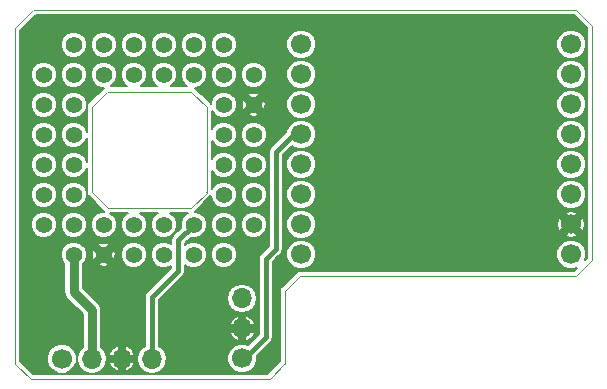
<source format=gbl>
G04 #@! TF.FileFunction,Copper,L2,Bot,Signal*
%FSLAX46Y46*%
G04 Gerber Fmt 4.6, Leading zero omitted, Abs format (unit mm)*
G04 Created by KiCad (PCBNEW 4.0.7) date 08/06/20 13:21:24*
%MOMM*%
%LPD*%
G01*
G04 APERTURE LIST*
%ADD10C,0.100000*%
%ADD11C,1.422400*%
%ADD12C,1.700000*%
%ADD13O,1.700000X1.700000*%
%ADD14C,0.400000*%
%ADD15C,0.800000*%
%ADD16C,0.200000*%
G04 APERTURE END LIST*
D10*
X110650000Y-128175000D02*
X130875000Y-128175000D01*
X158175000Y-98250000D02*
X158175000Y-98275000D01*
X156850000Y-96925000D02*
X158175000Y-98250000D01*
X110900000Y-96925000D02*
X156850000Y-96925000D01*
X109332000Y-126860000D02*
X109332000Y-98475000D01*
X132200000Y-120725000D02*
X132200000Y-126853000D01*
X133496000Y-119442000D02*
X132201000Y-120737000D01*
X158176000Y-118118000D02*
X156842000Y-119452000D01*
X158176000Y-98247000D02*
X158176000Y-118118000D01*
X109354000Y-98465000D02*
X110893000Y-96926000D01*
X133500000Y-119452000D02*
X156827000Y-119452000D01*
X117180000Y-113675000D02*
X117180000Y-113645000D01*
X124244000Y-113675000D02*
X117180000Y-113675000D01*
X125555000Y-112365000D02*
X125532000Y-112365000D01*
X125555000Y-105156000D02*
X125555000Y-112365000D01*
X115854000Y-112359000D02*
X115854000Y-105151000D01*
X117165000Y-103823000D02*
X124236000Y-103823000D01*
X109333000Y-126851000D02*
X110643000Y-128161000D01*
X115860000Y-112359000D02*
X117170000Y-113669000D01*
X124252000Y-103845000D02*
X125562000Y-105155000D01*
X132198000Y-126850000D02*
X130903000Y-128145000D01*
X125545000Y-112379000D02*
X124250000Y-113674000D01*
X117158000Y-103830000D02*
X115863000Y-105125000D01*
D11*
X114300000Y-110033000D03*
X114300000Y-107493000D03*
X114300000Y-104953000D03*
X114300000Y-112573000D03*
X114300000Y-115113000D03*
X111760000Y-107493000D03*
X111760000Y-104953000D03*
X111760000Y-102413000D03*
X111760000Y-110033000D03*
X111760000Y-112573000D03*
X114300000Y-102413000D03*
X116840000Y-102413000D03*
X119380000Y-102413000D03*
X121920000Y-102413000D03*
X124460000Y-102413000D03*
X114300000Y-99873000D03*
X116840000Y-99873000D03*
X119380000Y-99873000D03*
X121920000Y-99873000D03*
X124460000Y-99873000D03*
X127000000Y-99873000D03*
X127000000Y-102413000D03*
X127000000Y-104953000D03*
X127000000Y-107493000D03*
X127000000Y-110033000D03*
X127000000Y-112573000D03*
X127000000Y-117653000D03*
X129540000Y-102413000D03*
X129540000Y-104953000D03*
X129540000Y-107493000D03*
X129540000Y-110033000D03*
X129540000Y-112573000D03*
X129540000Y-115113000D03*
X127000000Y-115113000D03*
X124460000Y-115113000D03*
X121920000Y-115113000D03*
X119380000Y-115113000D03*
X116840000Y-115113000D03*
X111760000Y-115113000D03*
X124460000Y-117653000D03*
X121920000Y-117653000D03*
X119380000Y-117653000D03*
X116840000Y-117653000D03*
X114300000Y-117653000D03*
D12*
X156416000Y-99832000D03*
X156416000Y-102372000D03*
X156416000Y-104912000D03*
X156416000Y-107452000D03*
X156416000Y-109992000D03*
X156416000Y-112532000D03*
X156416000Y-115072000D03*
X156416000Y-117612000D03*
X133556000Y-117612000D03*
X133556000Y-115072000D03*
X133556000Y-112532000D03*
X133556000Y-109992000D03*
X133556000Y-107452000D03*
X133556000Y-104912000D03*
X133556000Y-102372000D03*
X133556000Y-99832000D03*
X113304000Y-126451000D03*
D13*
X115844000Y-126451000D03*
X118384000Y-126451000D03*
X120924000Y-126451000D03*
D12*
X128565000Y-126424000D03*
D13*
X128565000Y-123884000D03*
X128565000Y-121344000D03*
D14*
X120924000Y-126594000D02*
X120924000Y-121226000D01*
X123150000Y-116423000D02*
X124460000Y-115113000D01*
X123150000Y-119000000D02*
X123150000Y-116423000D01*
X120924000Y-121226000D02*
X123150000Y-119000000D01*
D15*
X115844000Y-126594000D02*
X115844000Y-122344000D01*
X114300000Y-120800000D02*
X114300000Y-117653000D01*
X115844000Y-122344000D02*
X114300000Y-120800000D01*
D14*
X131402000Y-117146000D02*
X131399000Y-117146000D01*
X130561000Y-117984000D02*
X130561000Y-124611000D01*
X131399000Y-117146000D02*
X130561000Y-117984000D01*
X130561000Y-124611000D02*
X128565000Y-126607000D01*
X131402000Y-108966000D02*
X131402000Y-117146000D01*
X132875000Y-107493000D02*
X131402000Y-108966000D01*
X133719000Y-107493000D02*
X132875000Y-107493000D01*
D16*
G36*
X157726000Y-98437396D02*
X157726000Y-117931604D01*
X157573407Y-118084197D01*
X157665783Y-117861731D01*
X157666217Y-117364450D01*
X157476316Y-116904857D01*
X157124993Y-116552919D01*
X156665731Y-116362217D01*
X156168450Y-116361783D01*
X155708857Y-116551684D01*
X155356919Y-116903007D01*
X155166217Y-117362269D01*
X155165783Y-117859550D01*
X155355684Y-118319143D01*
X155707007Y-118671081D01*
X156166269Y-118861783D01*
X156663550Y-118862217D01*
X156888219Y-118769385D01*
X156655604Y-119002000D01*
X133546275Y-119002000D01*
X133496000Y-118992000D01*
X133323793Y-119026253D01*
X133177802Y-119123802D01*
X131920980Y-120380624D01*
X131881802Y-120406802D01*
X131784254Y-120552792D01*
X131750000Y-120725000D01*
X131750000Y-126661604D01*
X130686604Y-127725000D01*
X120926458Y-127725000D01*
X121402354Y-127630338D01*
X121807883Y-127359372D01*
X122078849Y-126953843D01*
X122135000Y-126671550D01*
X127314783Y-126671550D01*
X127504684Y-127131143D01*
X127856007Y-127483081D01*
X128315269Y-127673783D01*
X128812550Y-127674217D01*
X129272143Y-127484316D01*
X129624081Y-127132993D01*
X129814783Y-126673731D01*
X129815192Y-126205336D01*
X130985264Y-125035264D01*
X131115328Y-124840610D01*
X131161000Y-124611000D01*
X131161000Y-118232528D01*
X131533978Y-117859550D01*
X132305783Y-117859550D01*
X132495684Y-118319143D01*
X132847007Y-118671081D01*
X133306269Y-118861783D01*
X133803550Y-118862217D01*
X134263143Y-118672316D01*
X134615081Y-118320993D01*
X134805783Y-117861731D01*
X134806217Y-117364450D01*
X134616316Y-116904857D01*
X134264993Y-116552919D01*
X133805731Y-116362217D01*
X133308450Y-116361783D01*
X132848857Y-116551684D01*
X132496919Y-116903007D01*
X132306217Y-117362269D01*
X132305783Y-117859550D01*
X131533978Y-117859550D01*
X131817223Y-117576305D01*
X131826264Y-117570264D01*
X131956328Y-117375610D01*
X132002000Y-117146000D01*
X132002000Y-115319550D01*
X132305783Y-115319550D01*
X132495684Y-115779143D01*
X132847007Y-116131081D01*
X133306269Y-116321783D01*
X133803550Y-116322217D01*
X134263143Y-116132316D01*
X134377890Y-116017769D01*
X155859140Y-116017769D01*
X155968507Y-116155778D01*
X156417315Y-116244529D01*
X156863493Y-116155778D01*
X156972860Y-116017769D01*
X156416000Y-115460909D01*
X155859140Y-116017769D01*
X134377890Y-116017769D01*
X134615081Y-115780993D01*
X134805783Y-115321731D01*
X134805999Y-115073315D01*
X155243471Y-115073315D01*
X155332222Y-115519493D01*
X155470231Y-115628860D01*
X156027091Y-115072000D01*
X156804909Y-115072000D01*
X157361769Y-115628860D01*
X157499778Y-115519493D01*
X157588529Y-115070685D01*
X157499778Y-114624507D01*
X157361769Y-114515140D01*
X156804909Y-115072000D01*
X156027091Y-115072000D01*
X155470231Y-114515140D01*
X155332222Y-114624507D01*
X155243471Y-115073315D01*
X134805999Y-115073315D01*
X134806217Y-114824450D01*
X134616316Y-114364857D01*
X134378107Y-114126231D01*
X155859140Y-114126231D01*
X156416000Y-114683091D01*
X156972860Y-114126231D01*
X156863493Y-113988222D01*
X156414685Y-113899471D01*
X155968507Y-113988222D01*
X155859140Y-114126231D01*
X134378107Y-114126231D01*
X134264993Y-114012919D01*
X133805731Y-113822217D01*
X133308450Y-113821783D01*
X132848857Y-114011684D01*
X132496919Y-114363007D01*
X132306217Y-114822269D01*
X132305783Y-115319550D01*
X132002000Y-115319550D01*
X132002000Y-112779550D01*
X132305783Y-112779550D01*
X132495684Y-113239143D01*
X132847007Y-113591081D01*
X133306269Y-113781783D01*
X133803550Y-113782217D01*
X134263143Y-113592316D01*
X134615081Y-113240993D01*
X134805783Y-112781731D01*
X134805784Y-112779550D01*
X155165783Y-112779550D01*
X155355684Y-113239143D01*
X155707007Y-113591081D01*
X156166269Y-113781783D01*
X156663550Y-113782217D01*
X157123143Y-113592316D01*
X157475081Y-113240993D01*
X157665783Y-112781731D01*
X157666217Y-112284450D01*
X157476316Y-111824857D01*
X157124993Y-111472919D01*
X156665731Y-111282217D01*
X156168450Y-111281783D01*
X155708857Y-111471684D01*
X155356919Y-111823007D01*
X155166217Y-112282269D01*
X155165783Y-112779550D01*
X134805784Y-112779550D01*
X134806217Y-112284450D01*
X134616316Y-111824857D01*
X134264993Y-111472919D01*
X133805731Y-111282217D01*
X133308450Y-111281783D01*
X132848857Y-111471684D01*
X132496919Y-111823007D01*
X132306217Y-112282269D01*
X132305783Y-112779550D01*
X132002000Y-112779550D01*
X132002000Y-110239550D01*
X132305783Y-110239550D01*
X132495684Y-110699143D01*
X132847007Y-111051081D01*
X133306269Y-111241783D01*
X133803550Y-111242217D01*
X134263143Y-111052316D01*
X134615081Y-110700993D01*
X134805783Y-110241731D01*
X134805784Y-110239550D01*
X155165783Y-110239550D01*
X155355684Y-110699143D01*
X155707007Y-111051081D01*
X156166269Y-111241783D01*
X156663550Y-111242217D01*
X157123143Y-111052316D01*
X157475081Y-110700993D01*
X157665783Y-110241731D01*
X157666217Y-109744450D01*
X157476316Y-109284857D01*
X157124993Y-108932919D01*
X156665731Y-108742217D01*
X156168450Y-108741783D01*
X155708857Y-108931684D01*
X155356919Y-109283007D01*
X155166217Y-109742269D01*
X155165783Y-110239550D01*
X134805784Y-110239550D01*
X134806217Y-109744450D01*
X134616316Y-109284857D01*
X134264993Y-108932919D01*
X133805731Y-108742217D01*
X133308450Y-108741783D01*
X132848857Y-108931684D01*
X132496919Y-109283007D01*
X132306217Y-109742269D01*
X132305783Y-110239550D01*
X132002000Y-110239550D01*
X132002000Y-109214528D01*
X132776289Y-108440239D01*
X132847007Y-108511081D01*
X133306269Y-108701783D01*
X133803550Y-108702217D01*
X134263143Y-108512316D01*
X134615081Y-108160993D01*
X134805783Y-107701731D01*
X134805784Y-107699550D01*
X155165783Y-107699550D01*
X155355684Y-108159143D01*
X155707007Y-108511081D01*
X156166269Y-108701783D01*
X156663550Y-108702217D01*
X157123143Y-108512316D01*
X157475081Y-108160993D01*
X157665783Y-107701731D01*
X157666217Y-107204450D01*
X157476316Y-106744857D01*
X157124993Y-106392919D01*
X156665731Y-106202217D01*
X156168450Y-106201783D01*
X155708857Y-106391684D01*
X155356919Y-106743007D01*
X155166217Y-107202269D01*
X155165783Y-107699550D01*
X134805784Y-107699550D01*
X134806217Y-107204450D01*
X134616316Y-106744857D01*
X134264993Y-106392919D01*
X133805731Y-106202217D01*
X133308450Y-106201783D01*
X132848857Y-106391684D01*
X132496919Y-106743007D01*
X132306217Y-107202269D01*
X132306207Y-107213265D01*
X130977736Y-108541736D01*
X130847672Y-108736390D01*
X130802000Y-108966000D01*
X130802000Y-116894472D01*
X130136736Y-117559736D01*
X130006672Y-117754390D01*
X129961000Y-117984000D01*
X129961000Y-124362472D01*
X129051104Y-125272368D01*
X128814731Y-125174217D01*
X128317450Y-125173783D01*
X127857857Y-125363684D01*
X127505919Y-125715007D01*
X127315217Y-126174269D01*
X127314783Y-126671550D01*
X122135000Y-126671550D01*
X122174000Y-126475489D01*
X122174000Y-126426511D01*
X122078849Y-125948157D01*
X121807883Y-125542628D01*
X121524000Y-125352943D01*
X121524000Y-124330295D01*
X127505131Y-124330295D01*
X127747069Y-124692425D01*
X128118701Y-124943896D01*
X128290000Y-124925663D01*
X128290000Y-124159000D01*
X128840000Y-124159000D01*
X128840000Y-124925663D01*
X129011299Y-124943896D01*
X129382931Y-124692425D01*
X129624869Y-124330295D01*
X129604230Y-124159000D01*
X128840000Y-124159000D01*
X128290000Y-124159000D01*
X127525770Y-124159000D01*
X127505131Y-124330295D01*
X121524000Y-124330295D01*
X121524000Y-123437705D01*
X127505131Y-123437705D01*
X127525770Y-123609000D01*
X128290000Y-123609000D01*
X128290000Y-122842337D01*
X128840000Y-122842337D01*
X128840000Y-123609000D01*
X129604230Y-123609000D01*
X129624869Y-123437705D01*
X129382931Y-123075575D01*
X129011299Y-122824104D01*
X128840000Y-122842337D01*
X128290000Y-122842337D01*
X128118701Y-122824104D01*
X127747069Y-123075575D01*
X127505131Y-123437705D01*
X121524000Y-123437705D01*
X121524000Y-121474528D01*
X121654528Y-121344000D01*
X127290511Y-121344000D01*
X127385662Y-121822354D01*
X127656628Y-122227883D01*
X128062157Y-122498849D01*
X128540511Y-122594000D01*
X128589489Y-122594000D01*
X129067843Y-122498849D01*
X129473372Y-122227883D01*
X129744338Y-121822354D01*
X129839489Y-121344000D01*
X129744338Y-120865646D01*
X129473372Y-120460117D01*
X129067843Y-120189151D01*
X128589489Y-120094000D01*
X128540511Y-120094000D01*
X128062157Y-120189151D01*
X127656628Y-120460117D01*
X127385662Y-120865646D01*
X127290511Y-121344000D01*
X121654528Y-121344000D01*
X123574264Y-119424264D01*
X123704328Y-119229611D01*
X123750000Y-119000000D01*
X123750000Y-118514607D01*
X123829734Y-118594480D01*
X124237999Y-118764007D01*
X124680062Y-118764393D01*
X125088622Y-118595579D01*
X125401480Y-118283266D01*
X125571007Y-117875001D01*
X125571008Y-117873062D01*
X125888607Y-117873062D01*
X126057421Y-118281622D01*
X126369734Y-118594480D01*
X126777999Y-118764007D01*
X127220062Y-118764393D01*
X127628622Y-118595579D01*
X127941480Y-118283266D01*
X128111007Y-117875001D01*
X128111393Y-117432938D01*
X127942579Y-117024378D01*
X127630266Y-116711520D01*
X127222001Y-116541993D01*
X126779938Y-116541607D01*
X126371378Y-116710421D01*
X126058520Y-117022734D01*
X125888993Y-117430999D01*
X125888607Y-117873062D01*
X125571008Y-117873062D01*
X125571393Y-117432938D01*
X125402579Y-117024378D01*
X125090266Y-116711520D01*
X124682001Y-116541993D01*
X124239938Y-116541607D01*
X123831378Y-116710421D01*
X123750000Y-116791657D01*
X123750000Y-116671528D01*
X124209397Y-116212131D01*
X124237999Y-116224007D01*
X124680062Y-116224393D01*
X125088622Y-116055579D01*
X125401480Y-115743266D01*
X125571007Y-115335001D01*
X125571008Y-115333062D01*
X125888607Y-115333062D01*
X126057421Y-115741622D01*
X126369734Y-116054480D01*
X126777999Y-116224007D01*
X127220062Y-116224393D01*
X127628622Y-116055579D01*
X127941480Y-115743266D01*
X128111007Y-115335001D01*
X128111008Y-115333062D01*
X128428607Y-115333062D01*
X128597421Y-115741622D01*
X128909734Y-116054480D01*
X129317999Y-116224007D01*
X129760062Y-116224393D01*
X130168622Y-116055579D01*
X130481480Y-115743266D01*
X130651007Y-115335001D01*
X130651393Y-114892938D01*
X130482579Y-114484378D01*
X130170266Y-114171520D01*
X129762001Y-114001993D01*
X129319938Y-114001607D01*
X128911378Y-114170421D01*
X128598520Y-114482734D01*
X128428993Y-114890999D01*
X128428607Y-115333062D01*
X128111008Y-115333062D01*
X128111393Y-114892938D01*
X127942579Y-114484378D01*
X127630266Y-114171520D01*
X127222001Y-114001993D01*
X126779938Y-114001607D01*
X126371378Y-114170421D01*
X126058520Y-114482734D01*
X125888993Y-114890999D01*
X125888607Y-115333062D01*
X125571008Y-115333062D01*
X125571393Y-114892938D01*
X125402579Y-114484378D01*
X125090266Y-114171520D01*
X124682001Y-114001993D01*
X124553706Y-114001881D01*
X124568198Y-113992198D01*
X125863198Y-112697198D01*
X125872032Y-112683977D01*
X125873198Y-112683198D01*
X125888723Y-112659963D01*
X125888607Y-112793062D01*
X126057421Y-113201622D01*
X126369734Y-113514480D01*
X126777999Y-113684007D01*
X127220062Y-113684393D01*
X127628622Y-113515579D01*
X127941480Y-113203266D01*
X128111007Y-112795001D01*
X128111008Y-112793062D01*
X128428607Y-112793062D01*
X128597421Y-113201622D01*
X128909734Y-113514480D01*
X129317999Y-113684007D01*
X129760062Y-113684393D01*
X130168622Y-113515579D01*
X130481480Y-113203266D01*
X130651007Y-112795001D01*
X130651393Y-112352938D01*
X130482579Y-111944378D01*
X130170266Y-111631520D01*
X129762001Y-111461993D01*
X129319938Y-111461607D01*
X128911378Y-111630421D01*
X128598520Y-111942734D01*
X128428993Y-112350999D01*
X128428607Y-112793062D01*
X128111008Y-112793062D01*
X128111393Y-112352938D01*
X127942579Y-111944378D01*
X127630266Y-111631520D01*
X127222001Y-111461993D01*
X126779938Y-111461607D01*
X126371378Y-111630421D01*
X126058520Y-111942734D01*
X126005000Y-112071624D01*
X126005000Y-110534754D01*
X126057421Y-110661622D01*
X126369734Y-110974480D01*
X126777999Y-111144007D01*
X127220062Y-111144393D01*
X127628622Y-110975579D01*
X127941480Y-110663266D01*
X128111007Y-110255001D01*
X128111008Y-110253062D01*
X128428607Y-110253062D01*
X128597421Y-110661622D01*
X128909734Y-110974480D01*
X129317999Y-111144007D01*
X129760062Y-111144393D01*
X130168622Y-110975579D01*
X130481480Y-110663266D01*
X130651007Y-110255001D01*
X130651393Y-109812938D01*
X130482579Y-109404378D01*
X130170266Y-109091520D01*
X129762001Y-108921993D01*
X129319938Y-108921607D01*
X128911378Y-109090421D01*
X128598520Y-109402734D01*
X128428993Y-109810999D01*
X128428607Y-110253062D01*
X128111008Y-110253062D01*
X128111393Y-109812938D01*
X127942579Y-109404378D01*
X127630266Y-109091520D01*
X127222001Y-108921993D01*
X126779938Y-108921607D01*
X126371378Y-109090421D01*
X126058520Y-109402734D01*
X126005000Y-109531624D01*
X126005000Y-107994754D01*
X126057421Y-108121622D01*
X126369734Y-108434480D01*
X126777999Y-108604007D01*
X127220062Y-108604393D01*
X127628622Y-108435579D01*
X127941480Y-108123266D01*
X128111007Y-107715001D01*
X128111008Y-107713062D01*
X128428607Y-107713062D01*
X128597421Y-108121622D01*
X128909734Y-108434480D01*
X129317999Y-108604007D01*
X129760062Y-108604393D01*
X130168622Y-108435579D01*
X130481480Y-108123266D01*
X130651007Y-107715001D01*
X130651393Y-107272938D01*
X130482579Y-106864378D01*
X130170266Y-106551520D01*
X129762001Y-106381993D01*
X129319938Y-106381607D01*
X128911378Y-106550421D01*
X128598520Y-106862734D01*
X128428993Y-107270999D01*
X128428607Y-107713062D01*
X128111008Y-107713062D01*
X128111393Y-107272938D01*
X127942579Y-106864378D01*
X127630266Y-106551520D01*
X127222001Y-106381993D01*
X126779938Y-106381607D01*
X126371378Y-106550421D01*
X126058520Y-106862734D01*
X126005000Y-106991624D01*
X126005000Y-105454754D01*
X126057421Y-105581622D01*
X126369734Y-105894480D01*
X126777999Y-106064007D01*
X127220062Y-106064393D01*
X127628622Y-105895579D01*
X127729491Y-105794885D01*
X129087024Y-105794885D01*
X129178422Y-105918528D01*
X129575437Y-105983402D01*
X129901578Y-105918528D01*
X129992976Y-105794885D01*
X129540000Y-105341909D01*
X129087024Y-105794885D01*
X127729491Y-105794885D01*
X127941480Y-105583266D01*
X128111007Y-105175001D01*
X128111169Y-104988437D01*
X128509598Y-104988437D01*
X128574472Y-105314578D01*
X128698115Y-105405976D01*
X129151091Y-104953000D01*
X129928909Y-104953000D01*
X130381885Y-105405976D01*
X130505528Y-105314578D01*
X130530860Y-105159550D01*
X132305783Y-105159550D01*
X132495684Y-105619143D01*
X132847007Y-105971081D01*
X133306269Y-106161783D01*
X133803550Y-106162217D01*
X134263143Y-105972316D01*
X134615081Y-105620993D01*
X134805783Y-105161731D01*
X134805784Y-105159550D01*
X155165783Y-105159550D01*
X155355684Y-105619143D01*
X155707007Y-105971081D01*
X156166269Y-106161783D01*
X156663550Y-106162217D01*
X157123143Y-105972316D01*
X157475081Y-105620993D01*
X157665783Y-105161731D01*
X157666217Y-104664450D01*
X157476316Y-104204857D01*
X157124993Y-103852919D01*
X156665731Y-103662217D01*
X156168450Y-103661783D01*
X155708857Y-103851684D01*
X155356919Y-104203007D01*
X155166217Y-104662269D01*
X155165783Y-105159550D01*
X134805784Y-105159550D01*
X134806217Y-104664450D01*
X134616316Y-104204857D01*
X134264993Y-103852919D01*
X133805731Y-103662217D01*
X133308450Y-103661783D01*
X132848857Y-103851684D01*
X132496919Y-104203007D01*
X132306217Y-104662269D01*
X132305783Y-105159550D01*
X130530860Y-105159550D01*
X130570402Y-104917563D01*
X130505528Y-104591422D01*
X130381885Y-104500024D01*
X129928909Y-104953000D01*
X129151091Y-104953000D01*
X128698115Y-104500024D01*
X128574472Y-104591422D01*
X128509598Y-104988437D01*
X128111169Y-104988437D01*
X128111393Y-104732938D01*
X127942579Y-104324378D01*
X127729688Y-104111115D01*
X129087024Y-104111115D01*
X129540000Y-104564091D01*
X129992976Y-104111115D01*
X129901578Y-103987472D01*
X129504563Y-103922598D01*
X129178422Y-103987472D01*
X129087024Y-104111115D01*
X127729688Y-104111115D01*
X127630266Y-104011520D01*
X127222001Y-103841993D01*
X126779938Y-103841607D01*
X126371378Y-104010421D01*
X126058520Y-104322734D01*
X125888993Y-104730999D01*
X125888889Y-104849809D01*
X125880198Y-104836802D01*
X124570198Y-103526802D01*
X124567849Y-103525233D01*
X124567223Y-103524294D01*
X124680062Y-103524393D01*
X125088622Y-103355579D01*
X125401480Y-103043266D01*
X125571007Y-102635001D01*
X125571008Y-102633062D01*
X125888607Y-102633062D01*
X126057421Y-103041622D01*
X126369734Y-103354480D01*
X126777999Y-103524007D01*
X127220062Y-103524393D01*
X127628622Y-103355579D01*
X127941480Y-103043266D01*
X128111007Y-102635001D01*
X128111008Y-102633062D01*
X128428607Y-102633062D01*
X128597421Y-103041622D01*
X128909734Y-103354480D01*
X129317999Y-103524007D01*
X129760062Y-103524393D01*
X130168622Y-103355579D01*
X130481480Y-103043266D01*
X130651007Y-102635001D01*
X130651020Y-102619550D01*
X132305783Y-102619550D01*
X132495684Y-103079143D01*
X132847007Y-103431081D01*
X133306269Y-103621783D01*
X133803550Y-103622217D01*
X134263143Y-103432316D01*
X134615081Y-103080993D01*
X134805783Y-102621731D01*
X134805784Y-102619550D01*
X155165783Y-102619550D01*
X155355684Y-103079143D01*
X155707007Y-103431081D01*
X156166269Y-103621783D01*
X156663550Y-103622217D01*
X157123143Y-103432316D01*
X157475081Y-103080993D01*
X157665783Y-102621731D01*
X157666217Y-102124450D01*
X157476316Y-101664857D01*
X157124993Y-101312919D01*
X156665731Y-101122217D01*
X156168450Y-101121783D01*
X155708857Y-101311684D01*
X155356919Y-101663007D01*
X155166217Y-102122269D01*
X155165783Y-102619550D01*
X134805784Y-102619550D01*
X134806217Y-102124450D01*
X134616316Y-101664857D01*
X134264993Y-101312919D01*
X133805731Y-101122217D01*
X133308450Y-101121783D01*
X132848857Y-101311684D01*
X132496919Y-101663007D01*
X132306217Y-102122269D01*
X132305783Y-102619550D01*
X130651020Y-102619550D01*
X130651393Y-102192938D01*
X130482579Y-101784378D01*
X130170266Y-101471520D01*
X129762001Y-101301993D01*
X129319938Y-101301607D01*
X128911378Y-101470421D01*
X128598520Y-101782734D01*
X128428993Y-102190999D01*
X128428607Y-102633062D01*
X128111008Y-102633062D01*
X128111393Y-102192938D01*
X127942579Y-101784378D01*
X127630266Y-101471520D01*
X127222001Y-101301993D01*
X126779938Y-101301607D01*
X126371378Y-101470421D01*
X126058520Y-101782734D01*
X125888993Y-102190999D01*
X125888607Y-102633062D01*
X125571008Y-102633062D01*
X125571393Y-102192938D01*
X125402579Y-101784378D01*
X125090266Y-101471520D01*
X124682001Y-101301993D01*
X124239938Y-101301607D01*
X123831378Y-101470421D01*
X123518520Y-101782734D01*
X123348993Y-102190999D01*
X123348607Y-102633062D01*
X123517421Y-103041622D01*
X123829734Y-103354480D01*
X123874335Y-103373000D01*
X122506460Y-103373000D01*
X122548622Y-103355579D01*
X122861480Y-103043266D01*
X123031007Y-102635001D01*
X123031393Y-102192938D01*
X122862579Y-101784378D01*
X122550266Y-101471520D01*
X122142001Y-101301993D01*
X121699938Y-101301607D01*
X121291378Y-101470421D01*
X120978520Y-101782734D01*
X120808993Y-102190999D01*
X120808607Y-102633062D01*
X120977421Y-103041622D01*
X121289734Y-103354480D01*
X121334335Y-103373000D01*
X119966460Y-103373000D01*
X120008622Y-103355579D01*
X120321480Y-103043266D01*
X120491007Y-102635001D01*
X120491393Y-102192938D01*
X120322579Y-101784378D01*
X120010266Y-101471520D01*
X119602001Y-101301993D01*
X119159938Y-101301607D01*
X118751378Y-101470421D01*
X118438520Y-101782734D01*
X118268993Y-102190999D01*
X118268607Y-102633062D01*
X118437421Y-103041622D01*
X118749734Y-103354480D01*
X118794335Y-103373000D01*
X117426460Y-103373000D01*
X117468622Y-103355579D01*
X117781480Y-103043266D01*
X117951007Y-102635001D01*
X117951393Y-102192938D01*
X117782579Y-101784378D01*
X117470266Y-101471520D01*
X117062001Y-101301993D01*
X116619938Y-101301607D01*
X116211378Y-101470421D01*
X115898520Y-101782734D01*
X115728993Y-102190999D01*
X115728607Y-102633062D01*
X115897421Y-103041622D01*
X116209734Y-103354480D01*
X116617999Y-103524007D01*
X116827414Y-103524190D01*
X115544802Y-104806802D01*
X115447254Y-104952793D01*
X115443705Y-104970634D01*
X115438254Y-104978792D01*
X115411059Y-105115512D01*
X115411393Y-104732938D01*
X115242579Y-104324378D01*
X114930266Y-104011520D01*
X114522001Y-103841993D01*
X114079938Y-103841607D01*
X113671378Y-104010421D01*
X113358520Y-104322734D01*
X113188993Y-104730999D01*
X113188607Y-105173062D01*
X113357421Y-105581622D01*
X113669734Y-105894480D01*
X114077999Y-106064007D01*
X114520062Y-106064393D01*
X114928622Y-105895579D01*
X115241480Y-105583266D01*
X115404000Y-105191876D01*
X115404000Y-107255046D01*
X115242579Y-106864378D01*
X114930266Y-106551520D01*
X114522001Y-106381993D01*
X114079938Y-106381607D01*
X113671378Y-106550421D01*
X113358520Y-106862734D01*
X113188993Y-107270999D01*
X113188607Y-107713062D01*
X113357421Y-108121622D01*
X113669734Y-108434480D01*
X114077999Y-108604007D01*
X114520062Y-108604393D01*
X114928622Y-108435579D01*
X115241480Y-108123266D01*
X115404000Y-107731876D01*
X115404000Y-109795046D01*
X115242579Y-109404378D01*
X114930266Y-109091520D01*
X114522001Y-108921993D01*
X114079938Y-108921607D01*
X113671378Y-109090421D01*
X113358520Y-109402734D01*
X113188993Y-109810999D01*
X113188607Y-110253062D01*
X113357421Y-110661622D01*
X113669734Y-110974480D01*
X114077999Y-111144007D01*
X114520062Y-111144393D01*
X114928622Y-110975579D01*
X115241480Y-110663266D01*
X115404000Y-110271876D01*
X115404000Y-112335046D01*
X115242579Y-111944378D01*
X114930266Y-111631520D01*
X114522001Y-111461993D01*
X114079938Y-111461607D01*
X113671378Y-111630421D01*
X113358520Y-111942734D01*
X113188993Y-112350999D01*
X113188607Y-112793062D01*
X113357421Y-113201622D01*
X113669734Y-113514480D01*
X114077999Y-113684007D01*
X114520062Y-113684393D01*
X114928622Y-113515579D01*
X115241480Y-113203266D01*
X115411007Y-112795001D01*
X115411355Y-112395979D01*
X115438254Y-112531208D01*
X115535802Y-112677198D01*
X115553884Y-112689280D01*
X116851802Y-113987198D01*
X116873698Y-114001829D01*
X116619938Y-114001607D01*
X116211378Y-114170421D01*
X115898520Y-114482734D01*
X115728993Y-114890999D01*
X115728607Y-115333062D01*
X115897421Y-115741622D01*
X116209734Y-116054480D01*
X116617999Y-116224007D01*
X117060062Y-116224393D01*
X117468622Y-116055579D01*
X117781480Y-115743266D01*
X117951007Y-115335001D01*
X117951393Y-114892938D01*
X117782579Y-114484378D01*
X117470266Y-114171520D01*
X117358234Y-114125000D01*
X118861305Y-114125000D01*
X118751378Y-114170421D01*
X118438520Y-114482734D01*
X118268993Y-114890999D01*
X118268607Y-115333062D01*
X118437421Y-115741622D01*
X118749734Y-116054480D01*
X119157999Y-116224007D01*
X119600062Y-116224393D01*
X120008622Y-116055579D01*
X120321480Y-115743266D01*
X120491007Y-115335001D01*
X120491393Y-114892938D01*
X120322579Y-114484378D01*
X120010266Y-114171520D01*
X119898234Y-114125000D01*
X121401305Y-114125000D01*
X121291378Y-114170421D01*
X120978520Y-114482734D01*
X120808993Y-114890999D01*
X120808607Y-115333062D01*
X120977421Y-115741622D01*
X121289734Y-116054480D01*
X121697999Y-116224007D01*
X122140062Y-116224393D01*
X122548622Y-116055579D01*
X122861480Y-115743266D01*
X123031007Y-115335001D01*
X123031393Y-114892938D01*
X122862579Y-114484378D01*
X122550266Y-114171520D01*
X122438234Y-114125000D01*
X123941305Y-114125000D01*
X123831378Y-114170421D01*
X123518520Y-114482734D01*
X123348993Y-114890999D01*
X123348607Y-115333062D01*
X123361122Y-115363350D01*
X122725736Y-115998736D01*
X122595672Y-116193390D01*
X122550000Y-116423000D01*
X122550000Y-116711410D01*
X122142001Y-116541993D01*
X121699938Y-116541607D01*
X121291378Y-116710421D01*
X120978520Y-117022734D01*
X120808993Y-117430999D01*
X120808607Y-117873062D01*
X120977421Y-118281622D01*
X121289734Y-118594480D01*
X121697999Y-118764007D01*
X122140062Y-118764393D01*
X122548622Y-118595579D01*
X122550000Y-118594203D01*
X122550000Y-118751472D01*
X120499736Y-120801736D01*
X120369672Y-120996390D01*
X120324000Y-121226000D01*
X120324000Y-125352943D01*
X120040117Y-125542628D01*
X119769151Y-125948157D01*
X119674000Y-126426511D01*
X119674000Y-126475489D01*
X119769151Y-126953843D01*
X120040117Y-127359372D01*
X120445646Y-127630338D01*
X120921542Y-127725000D01*
X115846458Y-127725000D01*
X116322354Y-127630338D01*
X116727883Y-127359372D01*
X116998849Y-126953843D01*
X117010096Y-126897299D01*
X117324104Y-126897299D01*
X117575575Y-127268931D01*
X117937705Y-127510869D01*
X118109000Y-127490230D01*
X118109000Y-126726000D01*
X118659000Y-126726000D01*
X118659000Y-127490230D01*
X118830295Y-127510869D01*
X119192425Y-127268931D01*
X119443896Y-126897299D01*
X119425663Y-126726000D01*
X118659000Y-126726000D01*
X118109000Y-126726000D01*
X117342337Y-126726000D01*
X117324104Y-126897299D01*
X117010096Y-126897299D01*
X117094000Y-126475489D01*
X117094000Y-126426511D01*
X117010097Y-126004701D01*
X117324104Y-126004701D01*
X117342337Y-126176000D01*
X118109000Y-126176000D01*
X118109000Y-125411770D01*
X118659000Y-125411770D01*
X118659000Y-126176000D01*
X119425663Y-126176000D01*
X119443896Y-126004701D01*
X119192425Y-125633069D01*
X118830295Y-125391131D01*
X118659000Y-125411770D01*
X118109000Y-125411770D01*
X117937705Y-125391131D01*
X117575575Y-125633069D01*
X117324104Y-126004701D01*
X117010097Y-126004701D01*
X116998849Y-125948157D01*
X116727883Y-125542628D01*
X116644000Y-125486579D01*
X116644000Y-122344000D01*
X116583104Y-122037853D01*
X116409686Y-121778315D01*
X115100000Y-120468630D01*
X115100000Y-118494885D01*
X116387024Y-118494885D01*
X116478422Y-118618528D01*
X116875437Y-118683402D01*
X117201578Y-118618528D01*
X117292976Y-118494885D01*
X116840000Y-118041909D01*
X116387024Y-118494885D01*
X115100000Y-118494885D01*
X115100000Y-118424500D01*
X115241480Y-118283266D01*
X115411007Y-117875001D01*
X115411169Y-117688437D01*
X115809598Y-117688437D01*
X115874472Y-118014578D01*
X115998115Y-118105976D01*
X116451091Y-117653000D01*
X117228909Y-117653000D01*
X117681885Y-118105976D01*
X117805528Y-118014578D01*
X117828652Y-117873062D01*
X118268607Y-117873062D01*
X118437421Y-118281622D01*
X118749734Y-118594480D01*
X119157999Y-118764007D01*
X119600062Y-118764393D01*
X120008622Y-118595579D01*
X120321480Y-118283266D01*
X120491007Y-117875001D01*
X120491393Y-117432938D01*
X120322579Y-117024378D01*
X120010266Y-116711520D01*
X119602001Y-116541993D01*
X119159938Y-116541607D01*
X118751378Y-116710421D01*
X118438520Y-117022734D01*
X118268993Y-117430999D01*
X118268607Y-117873062D01*
X117828652Y-117873062D01*
X117870402Y-117617563D01*
X117805528Y-117291422D01*
X117681885Y-117200024D01*
X117228909Y-117653000D01*
X116451091Y-117653000D01*
X115998115Y-117200024D01*
X115874472Y-117291422D01*
X115809598Y-117688437D01*
X115411169Y-117688437D01*
X115411393Y-117432938D01*
X115242579Y-117024378D01*
X115029688Y-116811115D01*
X116387024Y-116811115D01*
X116840000Y-117264091D01*
X117292976Y-116811115D01*
X117201578Y-116687472D01*
X116804563Y-116622598D01*
X116478422Y-116687472D01*
X116387024Y-116811115D01*
X115029688Y-116811115D01*
X114930266Y-116711520D01*
X114522001Y-116541993D01*
X114079938Y-116541607D01*
X113671378Y-116710421D01*
X113358520Y-117022734D01*
X113188993Y-117430999D01*
X113188607Y-117873062D01*
X113357421Y-118281622D01*
X113500000Y-118424450D01*
X113500000Y-120800000D01*
X113539064Y-120996390D01*
X113560896Y-121106147D01*
X113734315Y-121365685D01*
X115044000Y-122675371D01*
X115044000Y-125486579D01*
X114960117Y-125542628D01*
X114689151Y-125948157D01*
X114594000Y-126426511D01*
X114594000Y-126475489D01*
X114689151Y-126953843D01*
X114960117Y-127359372D01*
X115365646Y-127630338D01*
X115841542Y-127725000D01*
X110843396Y-127725000D01*
X109816946Y-126698550D01*
X112053783Y-126698550D01*
X112243684Y-127158143D01*
X112595007Y-127510081D01*
X113054269Y-127700783D01*
X113551550Y-127701217D01*
X114011143Y-127511316D01*
X114363081Y-127159993D01*
X114553783Y-126700731D01*
X114554217Y-126203450D01*
X114364316Y-125743857D01*
X114012993Y-125391919D01*
X113553731Y-125201217D01*
X113056450Y-125200783D01*
X112596857Y-125390684D01*
X112244919Y-125742007D01*
X112054217Y-126201269D01*
X112053783Y-126698550D01*
X109816946Y-126698550D01*
X109782000Y-126663604D01*
X109782000Y-115333062D01*
X110648607Y-115333062D01*
X110817421Y-115741622D01*
X111129734Y-116054480D01*
X111537999Y-116224007D01*
X111980062Y-116224393D01*
X112388622Y-116055579D01*
X112701480Y-115743266D01*
X112871007Y-115335001D01*
X112871008Y-115333062D01*
X113188607Y-115333062D01*
X113357421Y-115741622D01*
X113669734Y-116054480D01*
X114077999Y-116224007D01*
X114520062Y-116224393D01*
X114928622Y-116055579D01*
X115241480Y-115743266D01*
X115411007Y-115335001D01*
X115411393Y-114892938D01*
X115242579Y-114484378D01*
X114930266Y-114171520D01*
X114522001Y-114001993D01*
X114079938Y-114001607D01*
X113671378Y-114170421D01*
X113358520Y-114482734D01*
X113188993Y-114890999D01*
X113188607Y-115333062D01*
X112871008Y-115333062D01*
X112871393Y-114892938D01*
X112702579Y-114484378D01*
X112390266Y-114171520D01*
X111982001Y-114001993D01*
X111539938Y-114001607D01*
X111131378Y-114170421D01*
X110818520Y-114482734D01*
X110648993Y-114890999D01*
X110648607Y-115333062D01*
X109782000Y-115333062D01*
X109782000Y-112793062D01*
X110648607Y-112793062D01*
X110817421Y-113201622D01*
X111129734Y-113514480D01*
X111537999Y-113684007D01*
X111980062Y-113684393D01*
X112388622Y-113515579D01*
X112701480Y-113203266D01*
X112871007Y-112795001D01*
X112871393Y-112352938D01*
X112702579Y-111944378D01*
X112390266Y-111631520D01*
X111982001Y-111461993D01*
X111539938Y-111461607D01*
X111131378Y-111630421D01*
X110818520Y-111942734D01*
X110648993Y-112350999D01*
X110648607Y-112793062D01*
X109782000Y-112793062D01*
X109782000Y-110253062D01*
X110648607Y-110253062D01*
X110817421Y-110661622D01*
X111129734Y-110974480D01*
X111537999Y-111144007D01*
X111980062Y-111144393D01*
X112388622Y-110975579D01*
X112701480Y-110663266D01*
X112871007Y-110255001D01*
X112871393Y-109812938D01*
X112702579Y-109404378D01*
X112390266Y-109091520D01*
X111982001Y-108921993D01*
X111539938Y-108921607D01*
X111131378Y-109090421D01*
X110818520Y-109402734D01*
X110648993Y-109810999D01*
X110648607Y-110253062D01*
X109782000Y-110253062D01*
X109782000Y-107713062D01*
X110648607Y-107713062D01*
X110817421Y-108121622D01*
X111129734Y-108434480D01*
X111537999Y-108604007D01*
X111980062Y-108604393D01*
X112388622Y-108435579D01*
X112701480Y-108123266D01*
X112871007Y-107715001D01*
X112871393Y-107272938D01*
X112702579Y-106864378D01*
X112390266Y-106551520D01*
X111982001Y-106381993D01*
X111539938Y-106381607D01*
X111131378Y-106550421D01*
X110818520Y-106862734D01*
X110648993Y-107270999D01*
X110648607Y-107713062D01*
X109782000Y-107713062D01*
X109782000Y-105173062D01*
X110648607Y-105173062D01*
X110817421Y-105581622D01*
X111129734Y-105894480D01*
X111537999Y-106064007D01*
X111980062Y-106064393D01*
X112388622Y-105895579D01*
X112701480Y-105583266D01*
X112871007Y-105175001D01*
X112871393Y-104732938D01*
X112702579Y-104324378D01*
X112390266Y-104011520D01*
X111982001Y-103841993D01*
X111539938Y-103841607D01*
X111131378Y-104010421D01*
X110818520Y-104322734D01*
X110648993Y-104730999D01*
X110648607Y-105173062D01*
X109782000Y-105173062D01*
X109782000Y-102633062D01*
X110648607Y-102633062D01*
X110817421Y-103041622D01*
X111129734Y-103354480D01*
X111537999Y-103524007D01*
X111980062Y-103524393D01*
X112388622Y-103355579D01*
X112701480Y-103043266D01*
X112871007Y-102635001D01*
X112871008Y-102633062D01*
X113188607Y-102633062D01*
X113357421Y-103041622D01*
X113669734Y-103354480D01*
X114077999Y-103524007D01*
X114520062Y-103524393D01*
X114928622Y-103355579D01*
X115241480Y-103043266D01*
X115411007Y-102635001D01*
X115411393Y-102192938D01*
X115242579Y-101784378D01*
X114930266Y-101471520D01*
X114522001Y-101301993D01*
X114079938Y-101301607D01*
X113671378Y-101470421D01*
X113358520Y-101782734D01*
X113188993Y-102190999D01*
X113188607Y-102633062D01*
X112871008Y-102633062D01*
X112871393Y-102192938D01*
X112702579Y-101784378D01*
X112390266Y-101471520D01*
X111982001Y-101301993D01*
X111539938Y-101301607D01*
X111131378Y-101470421D01*
X110818520Y-101782734D01*
X110648993Y-102190999D01*
X110648607Y-102633062D01*
X109782000Y-102633062D01*
X109782000Y-100093062D01*
X113188607Y-100093062D01*
X113357421Y-100501622D01*
X113669734Y-100814480D01*
X114077999Y-100984007D01*
X114520062Y-100984393D01*
X114928622Y-100815579D01*
X115241480Y-100503266D01*
X115411007Y-100095001D01*
X115411008Y-100093062D01*
X115728607Y-100093062D01*
X115897421Y-100501622D01*
X116209734Y-100814480D01*
X116617999Y-100984007D01*
X117060062Y-100984393D01*
X117468622Y-100815579D01*
X117781480Y-100503266D01*
X117951007Y-100095001D01*
X117951008Y-100093062D01*
X118268607Y-100093062D01*
X118437421Y-100501622D01*
X118749734Y-100814480D01*
X119157999Y-100984007D01*
X119600062Y-100984393D01*
X120008622Y-100815579D01*
X120321480Y-100503266D01*
X120491007Y-100095001D01*
X120491008Y-100093062D01*
X120808607Y-100093062D01*
X120977421Y-100501622D01*
X121289734Y-100814480D01*
X121697999Y-100984007D01*
X122140062Y-100984393D01*
X122548622Y-100815579D01*
X122861480Y-100503266D01*
X123031007Y-100095001D01*
X123031008Y-100093062D01*
X123348607Y-100093062D01*
X123517421Y-100501622D01*
X123829734Y-100814480D01*
X124237999Y-100984007D01*
X124680062Y-100984393D01*
X125088622Y-100815579D01*
X125401480Y-100503266D01*
X125571007Y-100095001D01*
X125571008Y-100093062D01*
X125888607Y-100093062D01*
X126057421Y-100501622D01*
X126369734Y-100814480D01*
X126777999Y-100984007D01*
X127220062Y-100984393D01*
X127628622Y-100815579D01*
X127941480Y-100503266D01*
X128111007Y-100095001D01*
X128111020Y-100079550D01*
X132305783Y-100079550D01*
X132495684Y-100539143D01*
X132847007Y-100891081D01*
X133306269Y-101081783D01*
X133803550Y-101082217D01*
X134263143Y-100892316D01*
X134615081Y-100540993D01*
X134805783Y-100081731D01*
X134805784Y-100079550D01*
X155165783Y-100079550D01*
X155355684Y-100539143D01*
X155707007Y-100891081D01*
X156166269Y-101081783D01*
X156663550Y-101082217D01*
X157123143Y-100892316D01*
X157475081Y-100540993D01*
X157665783Y-100081731D01*
X157666217Y-99584450D01*
X157476316Y-99124857D01*
X157124993Y-98772919D01*
X156665731Y-98582217D01*
X156168450Y-98581783D01*
X155708857Y-98771684D01*
X155356919Y-99123007D01*
X155166217Y-99582269D01*
X155165783Y-100079550D01*
X134805784Y-100079550D01*
X134806217Y-99584450D01*
X134616316Y-99124857D01*
X134264993Y-98772919D01*
X133805731Y-98582217D01*
X133308450Y-98581783D01*
X132848857Y-98771684D01*
X132496919Y-99123007D01*
X132306217Y-99582269D01*
X132305783Y-100079550D01*
X128111020Y-100079550D01*
X128111393Y-99652938D01*
X127942579Y-99244378D01*
X127630266Y-98931520D01*
X127222001Y-98761993D01*
X126779938Y-98761607D01*
X126371378Y-98930421D01*
X126058520Y-99242734D01*
X125888993Y-99650999D01*
X125888607Y-100093062D01*
X125571008Y-100093062D01*
X125571393Y-99652938D01*
X125402579Y-99244378D01*
X125090266Y-98931520D01*
X124682001Y-98761993D01*
X124239938Y-98761607D01*
X123831378Y-98930421D01*
X123518520Y-99242734D01*
X123348993Y-99650999D01*
X123348607Y-100093062D01*
X123031008Y-100093062D01*
X123031393Y-99652938D01*
X122862579Y-99244378D01*
X122550266Y-98931520D01*
X122142001Y-98761993D01*
X121699938Y-98761607D01*
X121291378Y-98930421D01*
X120978520Y-99242734D01*
X120808993Y-99650999D01*
X120808607Y-100093062D01*
X120491008Y-100093062D01*
X120491393Y-99652938D01*
X120322579Y-99244378D01*
X120010266Y-98931520D01*
X119602001Y-98761993D01*
X119159938Y-98761607D01*
X118751378Y-98930421D01*
X118438520Y-99242734D01*
X118268993Y-99650999D01*
X118268607Y-100093062D01*
X117951008Y-100093062D01*
X117951393Y-99652938D01*
X117782579Y-99244378D01*
X117470266Y-98931520D01*
X117062001Y-98761993D01*
X116619938Y-98761607D01*
X116211378Y-98930421D01*
X115898520Y-99242734D01*
X115728993Y-99650999D01*
X115728607Y-100093062D01*
X115411008Y-100093062D01*
X115411393Y-99652938D01*
X115242579Y-99244378D01*
X114930266Y-98931520D01*
X114522001Y-98761993D01*
X114079938Y-98761607D01*
X113671378Y-98930421D01*
X113358520Y-99242734D01*
X113188993Y-99650999D01*
X113188607Y-100093062D01*
X109782000Y-100093062D01*
X109782000Y-98673396D01*
X111080396Y-97375000D01*
X156663604Y-97375000D01*
X157726000Y-98437396D01*
X157726000Y-98437396D01*
G37*
X157726000Y-98437396D02*
X157726000Y-117931604D01*
X157573407Y-118084197D01*
X157665783Y-117861731D01*
X157666217Y-117364450D01*
X157476316Y-116904857D01*
X157124993Y-116552919D01*
X156665731Y-116362217D01*
X156168450Y-116361783D01*
X155708857Y-116551684D01*
X155356919Y-116903007D01*
X155166217Y-117362269D01*
X155165783Y-117859550D01*
X155355684Y-118319143D01*
X155707007Y-118671081D01*
X156166269Y-118861783D01*
X156663550Y-118862217D01*
X156888219Y-118769385D01*
X156655604Y-119002000D01*
X133546275Y-119002000D01*
X133496000Y-118992000D01*
X133323793Y-119026253D01*
X133177802Y-119123802D01*
X131920980Y-120380624D01*
X131881802Y-120406802D01*
X131784254Y-120552792D01*
X131750000Y-120725000D01*
X131750000Y-126661604D01*
X130686604Y-127725000D01*
X120926458Y-127725000D01*
X121402354Y-127630338D01*
X121807883Y-127359372D01*
X122078849Y-126953843D01*
X122135000Y-126671550D01*
X127314783Y-126671550D01*
X127504684Y-127131143D01*
X127856007Y-127483081D01*
X128315269Y-127673783D01*
X128812550Y-127674217D01*
X129272143Y-127484316D01*
X129624081Y-127132993D01*
X129814783Y-126673731D01*
X129815192Y-126205336D01*
X130985264Y-125035264D01*
X131115328Y-124840610D01*
X131161000Y-124611000D01*
X131161000Y-118232528D01*
X131533978Y-117859550D01*
X132305783Y-117859550D01*
X132495684Y-118319143D01*
X132847007Y-118671081D01*
X133306269Y-118861783D01*
X133803550Y-118862217D01*
X134263143Y-118672316D01*
X134615081Y-118320993D01*
X134805783Y-117861731D01*
X134806217Y-117364450D01*
X134616316Y-116904857D01*
X134264993Y-116552919D01*
X133805731Y-116362217D01*
X133308450Y-116361783D01*
X132848857Y-116551684D01*
X132496919Y-116903007D01*
X132306217Y-117362269D01*
X132305783Y-117859550D01*
X131533978Y-117859550D01*
X131817223Y-117576305D01*
X131826264Y-117570264D01*
X131956328Y-117375610D01*
X132002000Y-117146000D01*
X132002000Y-115319550D01*
X132305783Y-115319550D01*
X132495684Y-115779143D01*
X132847007Y-116131081D01*
X133306269Y-116321783D01*
X133803550Y-116322217D01*
X134263143Y-116132316D01*
X134377890Y-116017769D01*
X155859140Y-116017769D01*
X155968507Y-116155778D01*
X156417315Y-116244529D01*
X156863493Y-116155778D01*
X156972860Y-116017769D01*
X156416000Y-115460909D01*
X155859140Y-116017769D01*
X134377890Y-116017769D01*
X134615081Y-115780993D01*
X134805783Y-115321731D01*
X134805999Y-115073315D01*
X155243471Y-115073315D01*
X155332222Y-115519493D01*
X155470231Y-115628860D01*
X156027091Y-115072000D01*
X156804909Y-115072000D01*
X157361769Y-115628860D01*
X157499778Y-115519493D01*
X157588529Y-115070685D01*
X157499778Y-114624507D01*
X157361769Y-114515140D01*
X156804909Y-115072000D01*
X156027091Y-115072000D01*
X155470231Y-114515140D01*
X155332222Y-114624507D01*
X155243471Y-115073315D01*
X134805999Y-115073315D01*
X134806217Y-114824450D01*
X134616316Y-114364857D01*
X134378107Y-114126231D01*
X155859140Y-114126231D01*
X156416000Y-114683091D01*
X156972860Y-114126231D01*
X156863493Y-113988222D01*
X156414685Y-113899471D01*
X155968507Y-113988222D01*
X155859140Y-114126231D01*
X134378107Y-114126231D01*
X134264993Y-114012919D01*
X133805731Y-113822217D01*
X133308450Y-113821783D01*
X132848857Y-114011684D01*
X132496919Y-114363007D01*
X132306217Y-114822269D01*
X132305783Y-115319550D01*
X132002000Y-115319550D01*
X132002000Y-112779550D01*
X132305783Y-112779550D01*
X132495684Y-113239143D01*
X132847007Y-113591081D01*
X133306269Y-113781783D01*
X133803550Y-113782217D01*
X134263143Y-113592316D01*
X134615081Y-113240993D01*
X134805783Y-112781731D01*
X134805784Y-112779550D01*
X155165783Y-112779550D01*
X155355684Y-113239143D01*
X155707007Y-113591081D01*
X156166269Y-113781783D01*
X156663550Y-113782217D01*
X157123143Y-113592316D01*
X157475081Y-113240993D01*
X157665783Y-112781731D01*
X157666217Y-112284450D01*
X157476316Y-111824857D01*
X157124993Y-111472919D01*
X156665731Y-111282217D01*
X156168450Y-111281783D01*
X155708857Y-111471684D01*
X155356919Y-111823007D01*
X155166217Y-112282269D01*
X155165783Y-112779550D01*
X134805784Y-112779550D01*
X134806217Y-112284450D01*
X134616316Y-111824857D01*
X134264993Y-111472919D01*
X133805731Y-111282217D01*
X133308450Y-111281783D01*
X132848857Y-111471684D01*
X132496919Y-111823007D01*
X132306217Y-112282269D01*
X132305783Y-112779550D01*
X132002000Y-112779550D01*
X132002000Y-110239550D01*
X132305783Y-110239550D01*
X132495684Y-110699143D01*
X132847007Y-111051081D01*
X133306269Y-111241783D01*
X133803550Y-111242217D01*
X134263143Y-111052316D01*
X134615081Y-110700993D01*
X134805783Y-110241731D01*
X134805784Y-110239550D01*
X155165783Y-110239550D01*
X155355684Y-110699143D01*
X155707007Y-111051081D01*
X156166269Y-111241783D01*
X156663550Y-111242217D01*
X157123143Y-111052316D01*
X157475081Y-110700993D01*
X157665783Y-110241731D01*
X157666217Y-109744450D01*
X157476316Y-109284857D01*
X157124993Y-108932919D01*
X156665731Y-108742217D01*
X156168450Y-108741783D01*
X155708857Y-108931684D01*
X155356919Y-109283007D01*
X155166217Y-109742269D01*
X155165783Y-110239550D01*
X134805784Y-110239550D01*
X134806217Y-109744450D01*
X134616316Y-109284857D01*
X134264993Y-108932919D01*
X133805731Y-108742217D01*
X133308450Y-108741783D01*
X132848857Y-108931684D01*
X132496919Y-109283007D01*
X132306217Y-109742269D01*
X132305783Y-110239550D01*
X132002000Y-110239550D01*
X132002000Y-109214528D01*
X132776289Y-108440239D01*
X132847007Y-108511081D01*
X133306269Y-108701783D01*
X133803550Y-108702217D01*
X134263143Y-108512316D01*
X134615081Y-108160993D01*
X134805783Y-107701731D01*
X134805784Y-107699550D01*
X155165783Y-107699550D01*
X155355684Y-108159143D01*
X155707007Y-108511081D01*
X156166269Y-108701783D01*
X156663550Y-108702217D01*
X157123143Y-108512316D01*
X157475081Y-108160993D01*
X157665783Y-107701731D01*
X157666217Y-107204450D01*
X157476316Y-106744857D01*
X157124993Y-106392919D01*
X156665731Y-106202217D01*
X156168450Y-106201783D01*
X155708857Y-106391684D01*
X155356919Y-106743007D01*
X155166217Y-107202269D01*
X155165783Y-107699550D01*
X134805784Y-107699550D01*
X134806217Y-107204450D01*
X134616316Y-106744857D01*
X134264993Y-106392919D01*
X133805731Y-106202217D01*
X133308450Y-106201783D01*
X132848857Y-106391684D01*
X132496919Y-106743007D01*
X132306217Y-107202269D01*
X132306207Y-107213265D01*
X130977736Y-108541736D01*
X130847672Y-108736390D01*
X130802000Y-108966000D01*
X130802000Y-116894472D01*
X130136736Y-117559736D01*
X130006672Y-117754390D01*
X129961000Y-117984000D01*
X129961000Y-124362472D01*
X129051104Y-125272368D01*
X128814731Y-125174217D01*
X128317450Y-125173783D01*
X127857857Y-125363684D01*
X127505919Y-125715007D01*
X127315217Y-126174269D01*
X127314783Y-126671550D01*
X122135000Y-126671550D01*
X122174000Y-126475489D01*
X122174000Y-126426511D01*
X122078849Y-125948157D01*
X121807883Y-125542628D01*
X121524000Y-125352943D01*
X121524000Y-124330295D01*
X127505131Y-124330295D01*
X127747069Y-124692425D01*
X128118701Y-124943896D01*
X128290000Y-124925663D01*
X128290000Y-124159000D01*
X128840000Y-124159000D01*
X128840000Y-124925663D01*
X129011299Y-124943896D01*
X129382931Y-124692425D01*
X129624869Y-124330295D01*
X129604230Y-124159000D01*
X128840000Y-124159000D01*
X128290000Y-124159000D01*
X127525770Y-124159000D01*
X127505131Y-124330295D01*
X121524000Y-124330295D01*
X121524000Y-123437705D01*
X127505131Y-123437705D01*
X127525770Y-123609000D01*
X128290000Y-123609000D01*
X128290000Y-122842337D01*
X128840000Y-122842337D01*
X128840000Y-123609000D01*
X129604230Y-123609000D01*
X129624869Y-123437705D01*
X129382931Y-123075575D01*
X129011299Y-122824104D01*
X128840000Y-122842337D01*
X128290000Y-122842337D01*
X128118701Y-122824104D01*
X127747069Y-123075575D01*
X127505131Y-123437705D01*
X121524000Y-123437705D01*
X121524000Y-121474528D01*
X121654528Y-121344000D01*
X127290511Y-121344000D01*
X127385662Y-121822354D01*
X127656628Y-122227883D01*
X128062157Y-122498849D01*
X128540511Y-122594000D01*
X128589489Y-122594000D01*
X129067843Y-122498849D01*
X129473372Y-122227883D01*
X129744338Y-121822354D01*
X129839489Y-121344000D01*
X129744338Y-120865646D01*
X129473372Y-120460117D01*
X129067843Y-120189151D01*
X128589489Y-120094000D01*
X128540511Y-120094000D01*
X128062157Y-120189151D01*
X127656628Y-120460117D01*
X127385662Y-120865646D01*
X127290511Y-121344000D01*
X121654528Y-121344000D01*
X123574264Y-119424264D01*
X123704328Y-119229611D01*
X123750000Y-119000000D01*
X123750000Y-118514607D01*
X123829734Y-118594480D01*
X124237999Y-118764007D01*
X124680062Y-118764393D01*
X125088622Y-118595579D01*
X125401480Y-118283266D01*
X125571007Y-117875001D01*
X125571008Y-117873062D01*
X125888607Y-117873062D01*
X126057421Y-118281622D01*
X126369734Y-118594480D01*
X126777999Y-118764007D01*
X127220062Y-118764393D01*
X127628622Y-118595579D01*
X127941480Y-118283266D01*
X128111007Y-117875001D01*
X128111393Y-117432938D01*
X127942579Y-117024378D01*
X127630266Y-116711520D01*
X127222001Y-116541993D01*
X126779938Y-116541607D01*
X126371378Y-116710421D01*
X126058520Y-117022734D01*
X125888993Y-117430999D01*
X125888607Y-117873062D01*
X125571008Y-117873062D01*
X125571393Y-117432938D01*
X125402579Y-117024378D01*
X125090266Y-116711520D01*
X124682001Y-116541993D01*
X124239938Y-116541607D01*
X123831378Y-116710421D01*
X123750000Y-116791657D01*
X123750000Y-116671528D01*
X124209397Y-116212131D01*
X124237999Y-116224007D01*
X124680062Y-116224393D01*
X125088622Y-116055579D01*
X125401480Y-115743266D01*
X125571007Y-115335001D01*
X125571008Y-115333062D01*
X125888607Y-115333062D01*
X126057421Y-115741622D01*
X126369734Y-116054480D01*
X126777999Y-116224007D01*
X127220062Y-116224393D01*
X127628622Y-116055579D01*
X127941480Y-115743266D01*
X128111007Y-115335001D01*
X128111008Y-115333062D01*
X128428607Y-115333062D01*
X128597421Y-115741622D01*
X128909734Y-116054480D01*
X129317999Y-116224007D01*
X129760062Y-116224393D01*
X130168622Y-116055579D01*
X130481480Y-115743266D01*
X130651007Y-115335001D01*
X130651393Y-114892938D01*
X130482579Y-114484378D01*
X130170266Y-114171520D01*
X129762001Y-114001993D01*
X129319938Y-114001607D01*
X128911378Y-114170421D01*
X128598520Y-114482734D01*
X128428993Y-114890999D01*
X128428607Y-115333062D01*
X128111008Y-115333062D01*
X128111393Y-114892938D01*
X127942579Y-114484378D01*
X127630266Y-114171520D01*
X127222001Y-114001993D01*
X126779938Y-114001607D01*
X126371378Y-114170421D01*
X126058520Y-114482734D01*
X125888993Y-114890999D01*
X125888607Y-115333062D01*
X125571008Y-115333062D01*
X125571393Y-114892938D01*
X125402579Y-114484378D01*
X125090266Y-114171520D01*
X124682001Y-114001993D01*
X124553706Y-114001881D01*
X124568198Y-113992198D01*
X125863198Y-112697198D01*
X125872032Y-112683977D01*
X125873198Y-112683198D01*
X125888723Y-112659963D01*
X125888607Y-112793062D01*
X126057421Y-113201622D01*
X126369734Y-113514480D01*
X126777999Y-113684007D01*
X127220062Y-113684393D01*
X127628622Y-113515579D01*
X127941480Y-113203266D01*
X128111007Y-112795001D01*
X128111008Y-112793062D01*
X128428607Y-112793062D01*
X128597421Y-113201622D01*
X128909734Y-113514480D01*
X129317999Y-113684007D01*
X129760062Y-113684393D01*
X130168622Y-113515579D01*
X130481480Y-113203266D01*
X130651007Y-112795001D01*
X130651393Y-112352938D01*
X130482579Y-111944378D01*
X130170266Y-111631520D01*
X129762001Y-111461993D01*
X129319938Y-111461607D01*
X128911378Y-111630421D01*
X128598520Y-111942734D01*
X128428993Y-112350999D01*
X128428607Y-112793062D01*
X128111008Y-112793062D01*
X128111393Y-112352938D01*
X127942579Y-111944378D01*
X127630266Y-111631520D01*
X127222001Y-111461993D01*
X126779938Y-111461607D01*
X126371378Y-111630421D01*
X126058520Y-111942734D01*
X126005000Y-112071624D01*
X126005000Y-110534754D01*
X126057421Y-110661622D01*
X126369734Y-110974480D01*
X126777999Y-111144007D01*
X127220062Y-111144393D01*
X127628622Y-110975579D01*
X127941480Y-110663266D01*
X128111007Y-110255001D01*
X128111008Y-110253062D01*
X128428607Y-110253062D01*
X128597421Y-110661622D01*
X128909734Y-110974480D01*
X129317999Y-111144007D01*
X129760062Y-111144393D01*
X130168622Y-110975579D01*
X130481480Y-110663266D01*
X130651007Y-110255001D01*
X130651393Y-109812938D01*
X130482579Y-109404378D01*
X130170266Y-109091520D01*
X129762001Y-108921993D01*
X129319938Y-108921607D01*
X128911378Y-109090421D01*
X128598520Y-109402734D01*
X128428993Y-109810999D01*
X128428607Y-110253062D01*
X128111008Y-110253062D01*
X128111393Y-109812938D01*
X127942579Y-109404378D01*
X127630266Y-109091520D01*
X127222001Y-108921993D01*
X126779938Y-108921607D01*
X126371378Y-109090421D01*
X126058520Y-109402734D01*
X126005000Y-109531624D01*
X126005000Y-107994754D01*
X126057421Y-108121622D01*
X126369734Y-108434480D01*
X126777999Y-108604007D01*
X127220062Y-108604393D01*
X127628622Y-108435579D01*
X127941480Y-108123266D01*
X128111007Y-107715001D01*
X128111008Y-107713062D01*
X128428607Y-107713062D01*
X128597421Y-108121622D01*
X128909734Y-108434480D01*
X129317999Y-108604007D01*
X129760062Y-108604393D01*
X130168622Y-108435579D01*
X130481480Y-108123266D01*
X130651007Y-107715001D01*
X130651393Y-107272938D01*
X130482579Y-106864378D01*
X130170266Y-106551520D01*
X129762001Y-106381993D01*
X129319938Y-106381607D01*
X128911378Y-106550421D01*
X128598520Y-106862734D01*
X128428993Y-107270999D01*
X128428607Y-107713062D01*
X128111008Y-107713062D01*
X128111393Y-107272938D01*
X127942579Y-106864378D01*
X127630266Y-106551520D01*
X127222001Y-106381993D01*
X126779938Y-106381607D01*
X126371378Y-106550421D01*
X126058520Y-106862734D01*
X126005000Y-106991624D01*
X126005000Y-105454754D01*
X126057421Y-105581622D01*
X126369734Y-105894480D01*
X126777999Y-106064007D01*
X127220062Y-106064393D01*
X127628622Y-105895579D01*
X127729491Y-105794885D01*
X129087024Y-105794885D01*
X129178422Y-105918528D01*
X129575437Y-105983402D01*
X129901578Y-105918528D01*
X129992976Y-105794885D01*
X129540000Y-105341909D01*
X129087024Y-105794885D01*
X127729491Y-105794885D01*
X127941480Y-105583266D01*
X128111007Y-105175001D01*
X128111169Y-104988437D01*
X128509598Y-104988437D01*
X128574472Y-105314578D01*
X128698115Y-105405976D01*
X129151091Y-104953000D01*
X129928909Y-104953000D01*
X130381885Y-105405976D01*
X130505528Y-105314578D01*
X130530860Y-105159550D01*
X132305783Y-105159550D01*
X132495684Y-105619143D01*
X132847007Y-105971081D01*
X133306269Y-106161783D01*
X133803550Y-106162217D01*
X134263143Y-105972316D01*
X134615081Y-105620993D01*
X134805783Y-105161731D01*
X134805784Y-105159550D01*
X155165783Y-105159550D01*
X155355684Y-105619143D01*
X155707007Y-105971081D01*
X156166269Y-106161783D01*
X156663550Y-106162217D01*
X157123143Y-105972316D01*
X157475081Y-105620993D01*
X157665783Y-105161731D01*
X157666217Y-104664450D01*
X157476316Y-104204857D01*
X157124993Y-103852919D01*
X156665731Y-103662217D01*
X156168450Y-103661783D01*
X155708857Y-103851684D01*
X155356919Y-104203007D01*
X155166217Y-104662269D01*
X155165783Y-105159550D01*
X134805784Y-105159550D01*
X134806217Y-104664450D01*
X134616316Y-104204857D01*
X134264993Y-103852919D01*
X133805731Y-103662217D01*
X133308450Y-103661783D01*
X132848857Y-103851684D01*
X132496919Y-104203007D01*
X132306217Y-104662269D01*
X132305783Y-105159550D01*
X130530860Y-105159550D01*
X130570402Y-104917563D01*
X130505528Y-104591422D01*
X130381885Y-104500024D01*
X129928909Y-104953000D01*
X129151091Y-104953000D01*
X128698115Y-104500024D01*
X128574472Y-104591422D01*
X128509598Y-104988437D01*
X128111169Y-104988437D01*
X128111393Y-104732938D01*
X127942579Y-104324378D01*
X127729688Y-104111115D01*
X129087024Y-104111115D01*
X129540000Y-104564091D01*
X129992976Y-104111115D01*
X129901578Y-103987472D01*
X129504563Y-103922598D01*
X129178422Y-103987472D01*
X129087024Y-104111115D01*
X127729688Y-104111115D01*
X127630266Y-104011520D01*
X127222001Y-103841993D01*
X126779938Y-103841607D01*
X126371378Y-104010421D01*
X126058520Y-104322734D01*
X125888993Y-104730999D01*
X125888889Y-104849809D01*
X125880198Y-104836802D01*
X124570198Y-103526802D01*
X124567849Y-103525233D01*
X124567223Y-103524294D01*
X124680062Y-103524393D01*
X125088622Y-103355579D01*
X125401480Y-103043266D01*
X125571007Y-102635001D01*
X125571008Y-102633062D01*
X125888607Y-102633062D01*
X126057421Y-103041622D01*
X126369734Y-103354480D01*
X126777999Y-103524007D01*
X127220062Y-103524393D01*
X127628622Y-103355579D01*
X127941480Y-103043266D01*
X128111007Y-102635001D01*
X128111008Y-102633062D01*
X128428607Y-102633062D01*
X128597421Y-103041622D01*
X128909734Y-103354480D01*
X129317999Y-103524007D01*
X129760062Y-103524393D01*
X130168622Y-103355579D01*
X130481480Y-103043266D01*
X130651007Y-102635001D01*
X130651020Y-102619550D01*
X132305783Y-102619550D01*
X132495684Y-103079143D01*
X132847007Y-103431081D01*
X133306269Y-103621783D01*
X133803550Y-103622217D01*
X134263143Y-103432316D01*
X134615081Y-103080993D01*
X134805783Y-102621731D01*
X134805784Y-102619550D01*
X155165783Y-102619550D01*
X155355684Y-103079143D01*
X155707007Y-103431081D01*
X156166269Y-103621783D01*
X156663550Y-103622217D01*
X157123143Y-103432316D01*
X157475081Y-103080993D01*
X157665783Y-102621731D01*
X157666217Y-102124450D01*
X157476316Y-101664857D01*
X157124993Y-101312919D01*
X156665731Y-101122217D01*
X156168450Y-101121783D01*
X155708857Y-101311684D01*
X155356919Y-101663007D01*
X155166217Y-102122269D01*
X155165783Y-102619550D01*
X134805784Y-102619550D01*
X134806217Y-102124450D01*
X134616316Y-101664857D01*
X134264993Y-101312919D01*
X133805731Y-101122217D01*
X133308450Y-101121783D01*
X132848857Y-101311684D01*
X132496919Y-101663007D01*
X132306217Y-102122269D01*
X132305783Y-102619550D01*
X130651020Y-102619550D01*
X130651393Y-102192938D01*
X130482579Y-101784378D01*
X130170266Y-101471520D01*
X129762001Y-101301993D01*
X129319938Y-101301607D01*
X128911378Y-101470421D01*
X128598520Y-101782734D01*
X128428993Y-102190999D01*
X128428607Y-102633062D01*
X128111008Y-102633062D01*
X128111393Y-102192938D01*
X127942579Y-101784378D01*
X127630266Y-101471520D01*
X127222001Y-101301993D01*
X126779938Y-101301607D01*
X126371378Y-101470421D01*
X126058520Y-101782734D01*
X125888993Y-102190999D01*
X125888607Y-102633062D01*
X125571008Y-102633062D01*
X125571393Y-102192938D01*
X125402579Y-101784378D01*
X125090266Y-101471520D01*
X124682001Y-101301993D01*
X124239938Y-101301607D01*
X123831378Y-101470421D01*
X123518520Y-101782734D01*
X123348993Y-102190999D01*
X123348607Y-102633062D01*
X123517421Y-103041622D01*
X123829734Y-103354480D01*
X123874335Y-103373000D01*
X122506460Y-103373000D01*
X122548622Y-103355579D01*
X122861480Y-103043266D01*
X123031007Y-102635001D01*
X123031393Y-102192938D01*
X122862579Y-101784378D01*
X122550266Y-101471520D01*
X122142001Y-101301993D01*
X121699938Y-101301607D01*
X121291378Y-101470421D01*
X120978520Y-101782734D01*
X120808993Y-102190999D01*
X120808607Y-102633062D01*
X120977421Y-103041622D01*
X121289734Y-103354480D01*
X121334335Y-103373000D01*
X119966460Y-103373000D01*
X120008622Y-103355579D01*
X120321480Y-103043266D01*
X120491007Y-102635001D01*
X120491393Y-102192938D01*
X120322579Y-101784378D01*
X120010266Y-101471520D01*
X119602001Y-101301993D01*
X119159938Y-101301607D01*
X118751378Y-101470421D01*
X118438520Y-101782734D01*
X118268993Y-102190999D01*
X118268607Y-102633062D01*
X118437421Y-103041622D01*
X118749734Y-103354480D01*
X118794335Y-103373000D01*
X117426460Y-103373000D01*
X117468622Y-103355579D01*
X117781480Y-103043266D01*
X117951007Y-102635001D01*
X117951393Y-102192938D01*
X117782579Y-101784378D01*
X117470266Y-101471520D01*
X117062001Y-101301993D01*
X116619938Y-101301607D01*
X116211378Y-101470421D01*
X115898520Y-101782734D01*
X115728993Y-102190999D01*
X115728607Y-102633062D01*
X115897421Y-103041622D01*
X116209734Y-103354480D01*
X116617999Y-103524007D01*
X116827414Y-103524190D01*
X115544802Y-104806802D01*
X115447254Y-104952793D01*
X115443705Y-104970634D01*
X115438254Y-104978792D01*
X115411059Y-105115512D01*
X115411393Y-104732938D01*
X115242579Y-104324378D01*
X114930266Y-104011520D01*
X114522001Y-103841993D01*
X114079938Y-103841607D01*
X113671378Y-104010421D01*
X113358520Y-104322734D01*
X113188993Y-104730999D01*
X113188607Y-105173062D01*
X113357421Y-105581622D01*
X113669734Y-105894480D01*
X114077999Y-106064007D01*
X114520062Y-106064393D01*
X114928622Y-105895579D01*
X115241480Y-105583266D01*
X115404000Y-105191876D01*
X115404000Y-107255046D01*
X115242579Y-106864378D01*
X114930266Y-106551520D01*
X114522001Y-106381993D01*
X114079938Y-106381607D01*
X113671378Y-106550421D01*
X113358520Y-106862734D01*
X113188993Y-107270999D01*
X113188607Y-107713062D01*
X113357421Y-108121622D01*
X113669734Y-108434480D01*
X114077999Y-108604007D01*
X114520062Y-108604393D01*
X114928622Y-108435579D01*
X115241480Y-108123266D01*
X115404000Y-107731876D01*
X115404000Y-109795046D01*
X115242579Y-109404378D01*
X114930266Y-109091520D01*
X114522001Y-108921993D01*
X114079938Y-108921607D01*
X113671378Y-109090421D01*
X113358520Y-109402734D01*
X113188993Y-109810999D01*
X113188607Y-110253062D01*
X113357421Y-110661622D01*
X113669734Y-110974480D01*
X114077999Y-111144007D01*
X114520062Y-111144393D01*
X114928622Y-110975579D01*
X115241480Y-110663266D01*
X115404000Y-110271876D01*
X115404000Y-112335046D01*
X115242579Y-111944378D01*
X114930266Y-111631520D01*
X114522001Y-111461993D01*
X114079938Y-111461607D01*
X113671378Y-111630421D01*
X113358520Y-111942734D01*
X113188993Y-112350999D01*
X113188607Y-112793062D01*
X113357421Y-113201622D01*
X113669734Y-113514480D01*
X114077999Y-113684007D01*
X114520062Y-113684393D01*
X114928622Y-113515579D01*
X115241480Y-113203266D01*
X115411007Y-112795001D01*
X115411355Y-112395979D01*
X115438254Y-112531208D01*
X115535802Y-112677198D01*
X115553884Y-112689280D01*
X116851802Y-113987198D01*
X116873698Y-114001829D01*
X116619938Y-114001607D01*
X116211378Y-114170421D01*
X115898520Y-114482734D01*
X115728993Y-114890999D01*
X115728607Y-115333062D01*
X115897421Y-115741622D01*
X116209734Y-116054480D01*
X116617999Y-116224007D01*
X117060062Y-116224393D01*
X117468622Y-116055579D01*
X117781480Y-115743266D01*
X117951007Y-115335001D01*
X117951393Y-114892938D01*
X117782579Y-114484378D01*
X117470266Y-114171520D01*
X117358234Y-114125000D01*
X118861305Y-114125000D01*
X118751378Y-114170421D01*
X118438520Y-114482734D01*
X118268993Y-114890999D01*
X118268607Y-115333062D01*
X118437421Y-115741622D01*
X118749734Y-116054480D01*
X119157999Y-116224007D01*
X119600062Y-116224393D01*
X120008622Y-116055579D01*
X120321480Y-115743266D01*
X120491007Y-115335001D01*
X120491393Y-114892938D01*
X120322579Y-114484378D01*
X120010266Y-114171520D01*
X119898234Y-114125000D01*
X121401305Y-114125000D01*
X121291378Y-114170421D01*
X120978520Y-114482734D01*
X120808993Y-114890999D01*
X120808607Y-115333062D01*
X120977421Y-115741622D01*
X121289734Y-116054480D01*
X121697999Y-116224007D01*
X122140062Y-116224393D01*
X122548622Y-116055579D01*
X122861480Y-115743266D01*
X123031007Y-115335001D01*
X123031393Y-114892938D01*
X122862579Y-114484378D01*
X122550266Y-114171520D01*
X122438234Y-114125000D01*
X123941305Y-114125000D01*
X123831378Y-114170421D01*
X123518520Y-114482734D01*
X123348993Y-114890999D01*
X123348607Y-115333062D01*
X123361122Y-115363350D01*
X122725736Y-115998736D01*
X122595672Y-116193390D01*
X122550000Y-116423000D01*
X122550000Y-116711410D01*
X122142001Y-116541993D01*
X121699938Y-116541607D01*
X121291378Y-116710421D01*
X120978520Y-117022734D01*
X120808993Y-117430999D01*
X120808607Y-117873062D01*
X120977421Y-118281622D01*
X121289734Y-118594480D01*
X121697999Y-118764007D01*
X122140062Y-118764393D01*
X122548622Y-118595579D01*
X122550000Y-118594203D01*
X122550000Y-118751472D01*
X120499736Y-120801736D01*
X120369672Y-120996390D01*
X120324000Y-121226000D01*
X120324000Y-125352943D01*
X120040117Y-125542628D01*
X119769151Y-125948157D01*
X119674000Y-126426511D01*
X119674000Y-126475489D01*
X119769151Y-126953843D01*
X120040117Y-127359372D01*
X120445646Y-127630338D01*
X120921542Y-127725000D01*
X115846458Y-127725000D01*
X116322354Y-127630338D01*
X116727883Y-127359372D01*
X116998849Y-126953843D01*
X117010096Y-126897299D01*
X117324104Y-126897299D01*
X117575575Y-127268931D01*
X117937705Y-127510869D01*
X118109000Y-127490230D01*
X118109000Y-126726000D01*
X118659000Y-126726000D01*
X118659000Y-127490230D01*
X118830295Y-127510869D01*
X119192425Y-127268931D01*
X119443896Y-126897299D01*
X119425663Y-126726000D01*
X118659000Y-126726000D01*
X118109000Y-126726000D01*
X117342337Y-126726000D01*
X117324104Y-126897299D01*
X117010096Y-126897299D01*
X117094000Y-126475489D01*
X117094000Y-126426511D01*
X117010097Y-126004701D01*
X117324104Y-126004701D01*
X117342337Y-126176000D01*
X118109000Y-126176000D01*
X118109000Y-125411770D01*
X118659000Y-125411770D01*
X118659000Y-126176000D01*
X119425663Y-126176000D01*
X119443896Y-126004701D01*
X119192425Y-125633069D01*
X118830295Y-125391131D01*
X118659000Y-125411770D01*
X118109000Y-125411770D01*
X117937705Y-125391131D01*
X117575575Y-125633069D01*
X117324104Y-126004701D01*
X117010097Y-126004701D01*
X116998849Y-125948157D01*
X116727883Y-125542628D01*
X116644000Y-125486579D01*
X116644000Y-122344000D01*
X116583104Y-122037853D01*
X116409686Y-121778315D01*
X115100000Y-120468630D01*
X115100000Y-118494885D01*
X116387024Y-118494885D01*
X116478422Y-118618528D01*
X116875437Y-118683402D01*
X117201578Y-118618528D01*
X117292976Y-118494885D01*
X116840000Y-118041909D01*
X116387024Y-118494885D01*
X115100000Y-118494885D01*
X115100000Y-118424500D01*
X115241480Y-118283266D01*
X115411007Y-117875001D01*
X115411169Y-117688437D01*
X115809598Y-117688437D01*
X115874472Y-118014578D01*
X115998115Y-118105976D01*
X116451091Y-117653000D01*
X117228909Y-117653000D01*
X117681885Y-118105976D01*
X117805528Y-118014578D01*
X117828652Y-117873062D01*
X118268607Y-117873062D01*
X118437421Y-118281622D01*
X118749734Y-118594480D01*
X119157999Y-118764007D01*
X119600062Y-118764393D01*
X120008622Y-118595579D01*
X120321480Y-118283266D01*
X120491007Y-117875001D01*
X120491393Y-117432938D01*
X120322579Y-117024378D01*
X120010266Y-116711520D01*
X119602001Y-116541993D01*
X119159938Y-116541607D01*
X118751378Y-116710421D01*
X118438520Y-117022734D01*
X118268993Y-117430999D01*
X118268607Y-117873062D01*
X117828652Y-117873062D01*
X117870402Y-117617563D01*
X117805528Y-117291422D01*
X117681885Y-117200024D01*
X117228909Y-117653000D01*
X116451091Y-117653000D01*
X115998115Y-117200024D01*
X115874472Y-117291422D01*
X115809598Y-117688437D01*
X115411169Y-117688437D01*
X115411393Y-117432938D01*
X115242579Y-117024378D01*
X115029688Y-116811115D01*
X116387024Y-116811115D01*
X116840000Y-117264091D01*
X117292976Y-116811115D01*
X117201578Y-116687472D01*
X116804563Y-116622598D01*
X116478422Y-116687472D01*
X116387024Y-116811115D01*
X115029688Y-116811115D01*
X114930266Y-116711520D01*
X114522001Y-116541993D01*
X114079938Y-116541607D01*
X113671378Y-116710421D01*
X113358520Y-117022734D01*
X113188993Y-117430999D01*
X113188607Y-117873062D01*
X113357421Y-118281622D01*
X113500000Y-118424450D01*
X113500000Y-120800000D01*
X113539064Y-120996390D01*
X113560896Y-121106147D01*
X113734315Y-121365685D01*
X115044000Y-122675371D01*
X115044000Y-125486579D01*
X114960117Y-125542628D01*
X114689151Y-125948157D01*
X114594000Y-126426511D01*
X114594000Y-126475489D01*
X114689151Y-126953843D01*
X114960117Y-127359372D01*
X115365646Y-127630338D01*
X115841542Y-127725000D01*
X110843396Y-127725000D01*
X109816946Y-126698550D01*
X112053783Y-126698550D01*
X112243684Y-127158143D01*
X112595007Y-127510081D01*
X113054269Y-127700783D01*
X113551550Y-127701217D01*
X114011143Y-127511316D01*
X114363081Y-127159993D01*
X114553783Y-126700731D01*
X114554217Y-126203450D01*
X114364316Y-125743857D01*
X114012993Y-125391919D01*
X113553731Y-125201217D01*
X113056450Y-125200783D01*
X112596857Y-125390684D01*
X112244919Y-125742007D01*
X112054217Y-126201269D01*
X112053783Y-126698550D01*
X109816946Y-126698550D01*
X109782000Y-126663604D01*
X109782000Y-115333062D01*
X110648607Y-115333062D01*
X110817421Y-115741622D01*
X111129734Y-116054480D01*
X111537999Y-116224007D01*
X111980062Y-116224393D01*
X112388622Y-116055579D01*
X112701480Y-115743266D01*
X112871007Y-115335001D01*
X112871008Y-115333062D01*
X113188607Y-115333062D01*
X113357421Y-115741622D01*
X113669734Y-116054480D01*
X114077999Y-116224007D01*
X114520062Y-116224393D01*
X114928622Y-116055579D01*
X115241480Y-115743266D01*
X115411007Y-115335001D01*
X115411393Y-114892938D01*
X115242579Y-114484378D01*
X114930266Y-114171520D01*
X114522001Y-114001993D01*
X114079938Y-114001607D01*
X113671378Y-114170421D01*
X113358520Y-114482734D01*
X113188993Y-114890999D01*
X113188607Y-115333062D01*
X112871008Y-115333062D01*
X112871393Y-114892938D01*
X112702579Y-114484378D01*
X112390266Y-114171520D01*
X111982001Y-114001993D01*
X111539938Y-114001607D01*
X111131378Y-114170421D01*
X110818520Y-114482734D01*
X110648993Y-114890999D01*
X110648607Y-115333062D01*
X109782000Y-115333062D01*
X109782000Y-112793062D01*
X110648607Y-112793062D01*
X110817421Y-113201622D01*
X111129734Y-113514480D01*
X111537999Y-113684007D01*
X111980062Y-113684393D01*
X112388622Y-113515579D01*
X112701480Y-113203266D01*
X112871007Y-112795001D01*
X112871393Y-112352938D01*
X112702579Y-111944378D01*
X112390266Y-111631520D01*
X111982001Y-111461993D01*
X111539938Y-111461607D01*
X111131378Y-111630421D01*
X110818520Y-111942734D01*
X110648993Y-112350999D01*
X110648607Y-112793062D01*
X109782000Y-112793062D01*
X109782000Y-110253062D01*
X110648607Y-110253062D01*
X110817421Y-110661622D01*
X111129734Y-110974480D01*
X111537999Y-111144007D01*
X111980062Y-111144393D01*
X112388622Y-110975579D01*
X112701480Y-110663266D01*
X112871007Y-110255001D01*
X112871393Y-109812938D01*
X112702579Y-109404378D01*
X112390266Y-109091520D01*
X111982001Y-108921993D01*
X111539938Y-108921607D01*
X111131378Y-109090421D01*
X110818520Y-109402734D01*
X110648993Y-109810999D01*
X110648607Y-110253062D01*
X109782000Y-110253062D01*
X109782000Y-107713062D01*
X110648607Y-107713062D01*
X110817421Y-108121622D01*
X111129734Y-108434480D01*
X111537999Y-108604007D01*
X111980062Y-108604393D01*
X112388622Y-108435579D01*
X112701480Y-108123266D01*
X112871007Y-107715001D01*
X112871393Y-107272938D01*
X112702579Y-106864378D01*
X112390266Y-106551520D01*
X111982001Y-106381993D01*
X111539938Y-106381607D01*
X111131378Y-106550421D01*
X110818520Y-106862734D01*
X110648993Y-107270999D01*
X110648607Y-107713062D01*
X109782000Y-107713062D01*
X109782000Y-105173062D01*
X110648607Y-105173062D01*
X110817421Y-105581622D01*
X111129734Y-105894480D01*
X111537999Y-106064007D01*
X111980062Y-106064393D01*
X112388622Y-105895579D01*
X112701480Y-105583266D01*
X112871007Y-105175001D01*
X112871393Y-104732938D01*
X112702579Y-104324378D01*
X112390266Y-104011520D01*
X111982001Y-103841993D01*
X111539938Y-103841607D01*
X111131378Y-104010421D01*
X110818520Y-104322734D01*
X110648993Y-104730999D01*
X110648607Y-105173062D01*
X109782000Y-105173062D01*
X109782000Y-102633062D01*
X110648607Y-102633062D01*
X110817421Y-103041622D01*
X111129734Y-103354480D01*
X111537999Y-103524007D01*
X111980062Y-103524393D01*
X112388622Y-103355579D01*
X112701480Y-103043266D01*
X112871007Y-102635001D01*
X112871008Y-102633062D01*
X113188607Y-102633062D01*
X113357421Y-103041622D01*
X113669734Y-103354480D01*
X114077999Y-103524007D01*
X114520062Y-103524393D01*
X114928622Y-103355579D01*
X115241480Y-103043266D01*
X115411007Y-102635001D01*
X115411393Y-102192938D01*
X115242579Y-101784378D01*
X114930266Y-101471520D01*
X114522001Y-101301993D01*
X114079938Y-101301607D01*
X113671378Y-101470421D01*
X113358520Y-101782734D01*
X113188993Y-102190999D01*
X113188607Y-102633062D01*
X112871008Y-102633062D01*
X112871393Y-102192938D01*
X112702579Y-101784378D01*
X112390266Y-101471520D01*
X111982001Y-101301993D01*
X111539938Y-101301607D01*
X111131378Y-101470421D01*
X110818520Y-101782734D01*
X110648993Y-102190999D01*
X110648607Y-102633062D01*
X109782000Y-102633062D01*
X109782000Y-100093062D01*
X113188607Y-100093062D01*
X113357421Y-100501622D01*
X113669734Y-100814480D01*
X114077999Y-100984007D01*
X114520062Y-100984393D01*
X114928622Y-100815579D01*
X115241480Y-100503266D01*
X115411007Y-100095001D01*
X115411008Y-100093062D01*
X115728607Y-100093062D01*
X115897421Y-100501622D01*
X116209734Y-100814480D01*
X116617999Y-100984007D01*
X117060062Y-100984393D01*
X117468622Y-100815579D01*
X117781480Y-100503266D01*
X117951007Y-100095001D01*
X117951008Y-100093062D01*
X118268607Y-100093062D01*
X118437421Y-100501622D01*
X118749734Y-100814480D01*
X119157999Y-100984007D01*
X119600062Y-100984393D01*
X120008622Y-100815579D01*
X120321480Y-100503266D01*
X120491007Y-100095001D01*
X120491008Y-100093062D01*
X120808607Y-100093062D01*
X120977421Y-100501622D01*
X121289734Y-100814480D01*
X121697999Y-100984007D01*
X122140062Y-100984393D01*
X122548622Y-100815579D01*
X122861480Y-100503266D01*
X123031007Y-100095001D01*
X123031008Y-100093062D01*
X123348607Y-100093062D01*
X123517421Y-100501622D01*
X123829734Y-100814480D01*
X124237999Y-100984007D01*
X124680062Y-100984393D01*
X125088622Y-100815579D01*
X125401480Y-100503266D01*
X125571007Y-100095001D01*
X125571008Y-100093062D01*
X125888607Y-100093062D01*
X126057421Y-100501622D01*
X126369734Y-100814480D01*
X126777999Y-100984007D01*
X127220062Y-100984393D01*
X127628622Y-100815579D01*
X127941480Y-100503266D01*
X128111007Y-100095001D01*
X128111020Y-100079550D01*
X132305783Y-100079550D01*
X132495684Y-100539143D01*
X132847007Y-100891081D01*
X133306269Y-101081783D01*
X133803550Y-101082217D01*
X134263143Y-100892316D01*
X134615081Y-100540993D01*
X134805783Y-100081731D01*
X134805784Y-100079550D01*
X155165783Y-100079550D01*
X155355684Y-100539143D01*
X155707007Y-100891081D01*
X156166269Y-101081783D01*
X156663550Y-101082217D01*
X157123143Y-100892316D01*
X157475081Y-100540993D01*
X157665783Y-100081731D01*
X157666217Y-99584450D01*
X157476316Y-99124857D01*
X157124993Y-98772919D01*
X156665731Y-98582217D01*
X156168450Y-98581783D01*
X155708857Y-98771684D01*
X155356919Y-99123007D01*
X155166217Y-99582269D01*
X155165783Y-100079550D01*
X134805784Y-100079550D01*
X134806217Y-99584450D01*
X134616316Y-99124857D01*
X134264993Y-98772919D01*
X133805731Y-98582217D01*
X133308450Y-98581783D01*
X132848857Y-98771684D01*
X132496919Y-99123007D01*
X132306217Y-99582269D01*
X132305783Y-100079550D01*
X128111020Y-100079550D01*
X128111393Y-99652938D01*
X127942579Y-99244378D01*
X127630266Y-98931520D01*
X127222001Y-98761993D01*
X126779938Y-98761607D01*
X126371378Y-98930421D01*
X126058520Y-99242734D01*
X125888993Y-99650999D01*
X125888607Y-100093062D01*
X125571008Y-100093062D01*
X125571393Y-99652938D01*
X125402579Y-99244378D01*
X125090266Y-98931520D01*
X124682001Y-98761993D01*
X124239938Y-98761607D01*
X123831378Y-98930421D01*
X123518520Y-99242734D01*
X123348993Y-99650999D01*
X123348607Y-100093062D01*
X123031008Y-100093062D01*
X123031393Y-99652938D01*
X122862579Y-99244378D01*
X122550266Y-98931520D01*
X122142001Y-98761993D01*
X121699938Y-98761607D01*
X121291378Y-98930421D01*
X120978520Y-99242734D01*
X120808993Y-99650999D01*
X120808607Y-100093062D01*
X120491008Y-100093062D01*
X120491393Y-99652938D01*
X120322579Y-99244378D01*
X120010266Y-98931520D01*
X119602001Y-98761993D01*
X119159938Y-98761607D01*
X118751378Y-98930421D01*
X118438520Y-99242734D01*
X118268993Y-99650999D01*
X118268607Y-100093062D01*
X117951008Y-100093062D01*
X117951393Y-99652938D01*
X117782579Y-99244378D01*
X117470266Y-98931520D01*
X117062001Y-98761993D01*
X116619938Y-98761607D01*
X116211378Y-98930421D01*
X115898520Y-99242734D01*
X115728993Y-99650999D01*
X115728607Y-100093062D01*
X115411008Y-100093062D01*
X115411393Y-99652938D01*
X115242579Y-99244378D01*
X114930266Y-98931520D01*
X114522001Y-98761993D01*
X114079938Y-98761607D01*
X113671378Y-98930421D01*
X113358520Y-99242734D01*
X113188993Y-99650999D01*
X113188607Y-100093062D01*
X109782000Y-100093062D01*
X109782000Y-98673396D01*
X111080396Y-97375000D01*
X156663604Y-97375000D01*
X157726000Y-98437396D01*
M02*

</source>
